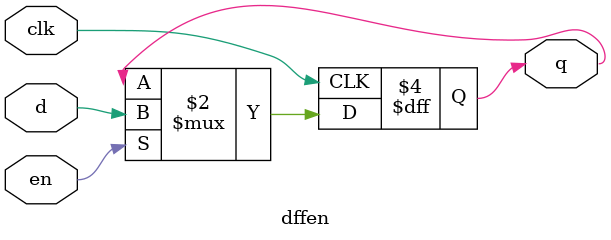
<source format=sv>

`include "common_defs.vh"

module dffen #(parameter int W = 1) (
// -------------------------------------------------------------------------- //
// Register Interface
  input [W - 1:0]                     d
, input                               en
//
, output logic [W - 1:0]              q

// -------------------------------------------------------------------------- //
// Clk
, input                               clk
);

always_ff @(posedge clk)
  if (en)
    q <= d;

endmodule : dffen

</source>
